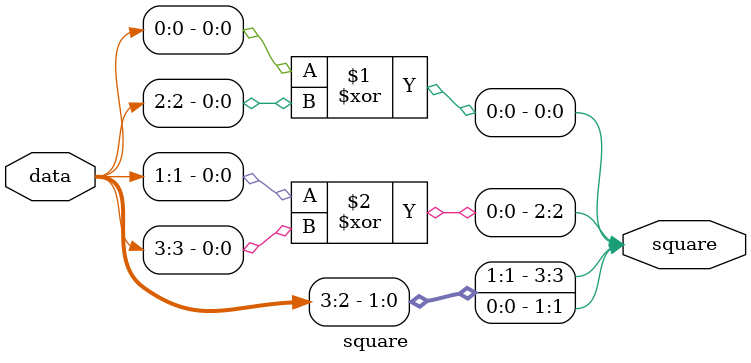
<source format=v>
module square(
        input [3:0] data,
        output wire[3:0] square);

    assign	square[0] = data[0]^data[2];
    assign	square[1] = data[2];
    assign	square[2] = data[1]^data[3];
    assign	square[3] = data[3];

endmodule

</source>
